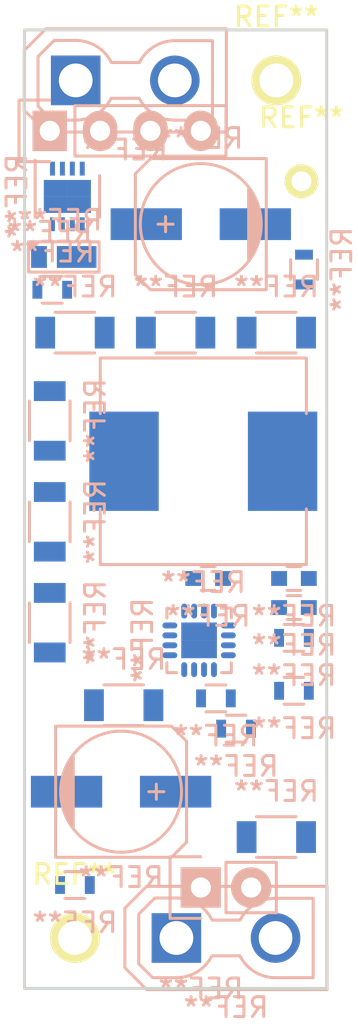
<source format=kicad_pcb>
(kicad_pcb (version 4) (host pcbnew 4.0.2-stable)

  (general
    (links 0)
    (no_connects 0)
    (area 101.524999 76.124999 116.915001 124.535001)
    (thickness 1.6)
    (drawings 204)
    (tracks 0)
    (zones 0)
    (modules 31)
    (nets 1)
  )

  (page A4)
  (layers
    (0 F.Cu signal)
    (31 B.Cu signal)
    (32 B.Adhes user)
    (33 F.Adhes user)
    (34 B.Paste user)
    (35 F.Paste user)
    (36 B.SilkS user)
    (37 F.SilkS user)
    (38 B.Mask user)
    (39 F.Mask user)
    (40 Dwgs.User user hide)
    (41 Cmts.User user)
    (42 Eco1.User user)
    (43 Eco2.User user)
    (44 Edge.Cuts user)
    (45 Margin user)
    (46 B.CrtYd user hide)
    (47 F.CrtYd user hide)
    (48 B.Fab user)
    (49 F.Fab user)
  )

  (setup
    (last_trace_width 0.25)
    (trace_clearance 0.2)
    (zone_clearance 0.508)
    (zone_45_only no)
    (trace_min 0.2)
    (segment_width 0.2)
    (edge_width 0.15)
    (via_size 0.6)
    (via_drill 0.4)
    (via_min_size 0.4)
    (via_min_drill 0.3)
    (uvia_size 0.3)
    (uvia_drill 0.1)
    (uvias_allowed no)
    (uvia_min_size 0.2)
    (uvia_min_drill 0.1)
    (pcb_text_width 0.3)
    (pcb_text_size 1.5 1.5)
    (mod_edge_width 0.15)
    (mod_text_size 1 1)
    (mod_text_width 0.15)
    (pad_size 1.7 1.7)
    (pad_drill 1)
    (pad_to_mask_clearance 0.2)
    (aux_axis_origin 101.6 76.2)
    (grid_origin 101.6 76.2)
    (visible_elements 7FFCFFFF)
    (pcbplotparams
      (layerselection 0x00030_80000001)
      (usegerberextensions false)
      (excludeedgelayer true)
      (linewidth 0.100000)
      (plotframeref false)
      (viasonmask false)
      (mode 1)
      (useauxorigin false)
      (hpglpennumber 1)
      (hpglpenspeed 20)
      (hpglpendiameter 15)
      (hpglpenoverlay 2)
      (psnegative false)
      (psa4output false)
      (plotreference true)
      (plotvalue true)
      (plotinvisibletext false)
      (padsonsilk false)
      (subtractmaskfromsilk false)
      (outputformat 1)
      (mirror false)
      (drillshape 1)
      (scaleselection 1)
      (outputdirectory ""))
  )

  (net 0 "")

  (net_class Default "This is the default net class."
    (clearance 0.2)
    (trace_width 0.25)
    (via_dia 0.6)
    (via_drill 0.4)
    (uvia_dia 0.3)
    (uvia_drill 0.1)
  )

  (module Resistors_SMD:R_0603 (layer B.Cu) (tedit 5415CC62) (tstamp 580F692F)
    (at 102.997 89.281 180)
    (descr "Resistor SMD 0603, reflow soldering, Vishay (see dcrcw.pdf)")
    (tags "resistor 0603")
    (attr smd)
    (fp_text reference REF** (at 0 1.9 180) (layer B.SilkS)
      (effects (font (size 1 1) (thickness 0.15)) (justify mirror))
    )
    (fp_text value R_0603 (at 0 -1.9 180) (layer B.Fab)
      (effects (font (size 1 1) (thickness 0.15)) (justify mirror))
    )
    (fp_line (start -1.3 0.8) (end 1.3 0.8) (layer B.CrtYd) (width 0.05))
    (fp_line (start -1.3 -0.8) (end 1.3 -0.8) (layer B.CrtYd) (width 0.05))
    (fp_line (start -1.3 0.8) (end -1.3 -0.8) (layer B.CrtYd) (width 0.05))
    (fp_line (start 1.3 0.8) (end 1.3 -0.8) (layer B.CrtYd) (width 0.05))
    (fp_line (start 0.5 -0.675) (end -0.5 -0.675) (layer B.SilkS) (width 0.15))
    (fp_line (start -0.5 0.675) (end 0.5 0.675) (layer B.SilkS) (width 0.15))
    (pad 1 smd rect (at -0.75 0 180) (size 0.5 0.9) (layers B.Cu B.Paste B.Mask))
    (pad 2 smd rect (at 0.75 0 180) (size 0.5 0.9) (layers B.Cu B.Paste B.Mask))
    (model Resistors_SMD.3dshapes/R_0603.wrl
      (at (xyz 0 0 0))
      (scale (xyz 1 1 1))
      (rotate (xyz 0 0 0))
    )
  )

  (module Resistors_SMD:R_0603 (layer B.Cu) (tedit 5415CC62) (tstamp 580F6918)
    (at 115.697 88.265 90)
    (descr "Resistor SMD 0603, reflow soldering, Vishay (see dcrcw.pdf)")
    (tags "resistor 0603")
    (attr smd)
    (fp_text reference REF** (at 0 1.9 90) (layer B.SilkS)
      (effects (font (size 1 1) (thickness 0.15)) (justify mirror))
    )
    (fp_text value R_0603 (at 0 -1.9 90) (layer B.Fab)
      (effects (font (size 1 1) (thickness 0.15)) (justify mirror))
    )
    (fp_line (start -1.3 0.8) (end 1.3 0.8) (layer B.CrtYd) (width 0.05))
    (fp_line (start -1.3 -0.8) (end 1.3 -0.8) (layer B.CrtYd) (width 0.05))
    (fp_line (start -1.3 0.8) (end -1.3 -0.8) (layer B.CrtYd) (width 0.05))
    (fp_line (start 1.3 0.8) (end 1.3 -0.8) (layer B.CrtYd) (width 0.05))
    (fp_line (start 0.5 -0.675) (end -0.5 -0.675) (layer B.SilkS) (width 0.15))
    (fp_line (start -0.5 0.675) (end 0.5 0.675) (layer B.SilkS) (width 0.15))
    (pad 1 smd rect (at -0.75 0 90) (size 0.5 0.9) (layers B.Cu B.Paste B.Mask))
    (pad 2 smd rect (at 0.75 0 90) (size 0.5 0.9) (layers B.Cu B.Paste B.Mask))
    (model Resistors_SMD.3dshapes/R_0603.wrl
      (at (xyz 0 0 0))
      (scale (xyz 1 1 1))
      (rotate (xyz 0 0 0))
    )
  )

  (module Resistors_SMD:R_0603 (layer B.Cu) (tedit 5415CC62) (tstamp 580F68F6)
    (at 104.14 119.253)
    (descr "Resistor SMD 0603, reflow soldering, Vishay (see dcrcw.pdf)")
    (tags "resistor 0603")
    (attr smd)
    (fp_text reference REF** (at 0 1.9) (layer B.SilkS)
      (effects (font (size 1 1) (thickness 0.15)) (justify mirror))
    )
    (fp_text value R_0603 (at 0 -1.9) (layer B.Fab)
      (effects (font (size 1 1) (thickness 0.15)) (justify mirror))
    )
    (fp_line (start -1.3 0.8) (end 1.3 0.8) (layer B.CrtYd) (width 0.05))
    (fp_line (start -1.3 -0.8) (end 1.3 -0.8) (layer B.CrtYd) (width 0.05))
    (fp_line (start -1.3 0.8) (end -1.3 -0.8) (layer B.CrtYd) (width 0.05))
    (fp_line (start 1.3 0.8) (end 1.3 -0.8) (layer B.CrtYd) (width 0.05))
    (fp_line (start 0.5 -0.675) (end -0.5 -0.675) (layer B.SilkS) (width 0.15))
    (fp_line (start -0.5 0.675) (end 0.5 0.675) (layer B.SilkS) (width 0.15))
    (pad 1 smd rect (at -0.75 0) (size 0.5 0.9) (layers B.Cu B.Paste B.Mask))
    (pad 2 smd rect (at 0.75 0) (size 0.5 0.9) (layers B.Cu B.Paste B.Mask))
    (model Resistors_SMD.3dshapes/R_0603.wrl
      (at (xyz 0 0 0))
      (scale (xyz 1 1 1))
      (rotate (xyz 0 0 0))
    )
  )

  (module Capacitors_SMD:C_1206 (layer B.Cu) (tedit 5415D7BD) (tstamp 580F68C7)
    (at 114.3 116.84 180)
    (descr "Capacitor SMD 1206, reflow soldering, AVX (see smccp.pdf)")
    (tags "capacitor 1206")
    (attr smd)
    (fp_text reference REF** (at 0 2.3 180) (layer B.SilkS)
      (effects (font (size 1 1) (thickness 0.15)) (justify mirror))
    )
    (fp_text value C_0805 (at 0 -2.3 180) (layer B.Fab)
      (effects (font (size 1 1) (thickness 0.15)) (justify mirror))
    )
    (fp_line (start -1.6 -0.8) (end -1.6 0.8) (layer B.Fab) (width 0.15))
    (fp_line (start 1.6 -0.8) (end -1.6 -0.8) (layer B.Fab) (width 0.15))
    (fp_line (start 1.6 0.8) (end 1.6 -0.8) (layer B.Fab) (width 0.15))
    (fp_line (start -1.6 0.8) (end 1.6 0.8) (layer B.Fab) (width 0.15))
    (fp_line (start -2.3 1.15) (end 2.3 1.15) (layer B.CrtYd) (width 0.05))
    (fp_line (start -2.3 -1.15) (end 2.3 -1.15) (layer B.CrtYd) (width 0.05))
    (fp_line (start -2.3 1.15) (end -2.3 -1.15) (layer B.CrtYd) (width 0.05))
    (fp_line (start 2.3 1.15) (end 2.3 -1.15) (layer B.CrtYd) (width 0.05))
    (fp_line (start 1 1.025) (end -1 1.025) (layer B.SilkS) (width 0.15))
    (fp_line (start -1 -1.025) (end 1 -1.025) (layer B.SilkS) (width 0.15))
    (pad 1 smd rect (at -1.5 0 180) (size 1 1.6) (layers B.Cu B.Paste B.Mask))
    (pad 2 smd rect (at 1.5 0 180) (size 1 1.6) (layers B.Cu B.Paste B.Mask))
    (model Capacitors_SMD.3dshapes/C_1206.wrl
      (at (xyz 0 0 0))
      (scale (xyz 1 1 1))
      (rotate (xyz 0 0 0))
    )
  )

  (module Resistors_SMD:R_0603 (layer B.Cu) (tedit 5415CC62) (tstamp 580F6884)
    (at 112.268 111.379)
    (descr "Resistor SMD 0603, reflow soldering, Vishay (see dcrcw.pdf)")
    (tags "resistor 0603")
    (attr smd)
    (fp_text reference REF** (at 0 1.9) (layer B.SilkS)
      (effects (font (size 1 1) (thickness 0.15)) (justify mirror))
    )
    (fp_text value R_0603 (at 0 -1.9) (layer B.Fab)
      (effects (font (size 1 1) (thickness 0.15)) (justify mirror))
    )
    (fp_line (start -1.3 0.8) (end 1.3 0.8) (layer B.CrtYd) (width 0.05))
    (fp_line (start -1.3 -0.8) (end 1.3 -0.8) (layer B.CrtYd) (width 0.05))
    (fp_line (start -1.3 0.8) (end -1.3 -0.8) (layer B.CrtYd) (width 0.05))
    (fp_line (start 1.3 0.8) (end 1.3 -0.8) (layer B.CrtYd) (width 0.05))
    (fp_line (start 0.5 -0.675) (end -0.5 -0.675) (layer B.SilkS) (width 0.15))
    (fp_line (start -0.5 0.675) (end 0.5 0.675) (layer B.SilkS) (width 0.15))
    (pad 1 smd rect (at -0.75 0) (size 0.5 0.9) (layers B.Cu B.Paste B.Mask))
    (pad 2 smd rect (at 0.75 0) (size 0.5 0.9) (layers B.Cu B.Paste B.Mask))
    (model Resistors_SMD.3dshapes/R_0603.wrl
      (at (xyz 0 0 0))
      (scale (xyz 1 1 1))
      (rotate (xyz 0 0 0))
    )
  )

  (module Resistors_SMD:R_0603 (layer B.Cu) (tedit 5415CC62) (tstamp 580F6862)
    (at 111.252 109.855)
    (descr "Resistor SMD 0603, reflow soldering, Vishay (see dcrcw.pdf)")
    (tags "resistor 0603")
    (attr smd)
    (fp_text reference REF** (at 0 1.9) (layer B.SilkS)
      (effects (font (size 1 1) (thickness 0.15)) (justify mirror))
    )
    (fp_text value R_0603 (at 0 -1.9) (layer B.Fab)
      (effects (font (size 1 1) (thickness 0.15)) (justify mirror))
    )
    (fp_line (start -1.3 0.8) (end 1.3 0.8) (layer B.CrtYd) (width 0.05))
    (fp_line (start -1.3 -0.8) (end 1.3 -0.8) (layer B.CrtYd) (width 0.05))
    (fp_line (start -1.3 0.8) (end -1.3 -0.8) (layer B.CrtYd) (width 0.05))
    (fp_line (start 1.3 0.8) (end 1.3 -0.8) (layer B.CrtYd) (width 0.05))
    (fp_line (start 0.5 -0.675) (end -0.5 -0.675) (layer B.SilkS) (width 0.15))
    (fp_line (start -0.5 0.675) (end 0.5 0.675) (layer B.SilkS) (width 0.15))
    (pad 1 smd rect (at -0.75 0) (size 0.5 0.9) (layers B.Cu B.Paste B.Mask))
    (pad 2 smd rect (at 0.75 0) (size 0.5 0.9) (layers B.Cu B.Paste B.Mask))
    (model Resistors_SMD.3dshapes/R_0603.wrl
      (at (xyz 0 0 0))
      (scale (xyz 1 1 1))
      (rotate (xyz 0 0 0))
    )
  )

  (module Resistors_SMD:R_0603 (layer B.Cu) (tedit 5415CC62) (tstamp 580F6856)
    (at 115.189 109.474)
    (descr "Resistor SMD 0603, reflow soldering, Vishay (see dcrcw.pdf)")
    (tags "resistor 0603")
    (attr smd)
    (fp_text reference REF** (at 0 1.9) (layer B.SilkS)
      (effects (font (size 1 1) (thickness 0.15)) (justify mirror))
    )
    (fp_text value R_0603 (at 0 -1.9) (layer B.Fab)
      (effects (font (size 1 1) (thickness 0.15)) (justify mirror))
    )
    (fp_line (start -1.3 0.8) (end 1.3 0.8) (layer B.CrtYd) (width 0.05))
    (fp_line (start -1.3 -0.8) (end 1.3 -0.8) (layer B.CrtYd) (width 0.05))
    (fp_line (start -1.3 0.8) (end -1.3 -0.8) (layer B.CrtYd) (width 0.05))
    (fp_line (start 1.3 0.8) (end 1.3 -0.8) (layer B.CrtYd) (width 0.05))
    (fp_line (start 0.5 -0.675) (end -0.5 -0.675) (layer B.SilkS) (width 0.15))
    (fp_line (start -0.5 0.675) (end 0.5 0.675) (layer B.SilkS) (width 0.15))
    (pad 1 smd rect (at -0.75 0) (size 0.5 0.9) (layers B.Cu B.Paste B.Mask))
    (pad 2 smd rect (at 0.75 0) (size 0.5 0.9) (layers B.Cu B.Paste B.Mask))
    (model Resistors_SMD.3dshapes/R_0603.wrl
      (at (xyz 0 0 0))
      (scale (xyz 1 1 1))
      (rotate (xyz 0 0 0))
    )
  )

  (module Capacitors_SMD:C_0603 (layer B.Cu) (tedit 5415D631) (tstamp 580F5FB0)
    (at 115.189 105.283)
    (descr "Capacitor SMD 0603, reflow soldering, AVX (see smccp.pdf)")
    (tags "capacitor 0603")
    (attr smd)
    (fp_text reference REF** (at 0 1.9) (layer B.SilkS)
      (effects (font (size 1 1) (thickness 0.15)) (justify mirror))
    )
    (fp_text value C_0603 (at 0 -1.9) (layer B.Fab)
      (effects (font (size 1 1) (thickness 0.15)) (justify mirror))
    )
    (fp_line (start -0.8 -0.4) (end -0.8 0.4) (layer B.Fab) (width 0.15))
    (fp_line (start 0.8 -0.4) (end -0.8 -0.4) (layer B.Fab) (width 0.15))
    (fp_line (start 0.8 0.4) (end 0.8 -0.4) (layer B.Fab) (width 0.15))
    (fp_line (start -0.8 0.4) (end 0.8 0.4) (layer B.Fab) (width 0.15))
    (fp_line (start -1.45 0.75) (end 1.45 0.75) (layer B.CrtYd) (width 0.05))
    (fp_line (start -1.45 -0.75) (end 1.45 -0.75) (layer B.CrtYd) (width 0.05))
    (fp_line (start -1.45 0.75) (end -1.45 -0.75) (layer B.CrtYd) (width 0.05))
    (fp_line (start 1.45 0.75) (end 1.45 -0.75) (layer B.CrtYd) (width 0.05))
    (fp_line (start -0.35 0.6) (end 0.35 0.6) (layer B.SilkS) (width 0.15))
    (fp_line (start 0.35 -0.6) (end -0.35 -0.6) (layer B.SilkS) (width 0.15))
    (pad 1 smd rect (at -0.75 0) (size 0.8 0.75) (layers B.Cu B.Paste B.Mask))
    (pad 2 smd rect (at 0.75 0) (size 0.8 0.75) (layers B.Cu B.Paste B.Mask))
    (model Capacitors_SMD.3dshapes/C_0603.wrl
      (at (xyz 0 0 0))
      (scale (xyz 1 1 1))
      (rotate (xyz 0 0 0))
    )
  )

  (module Capacitors_SMD:C_0603 (layer B.Cu) (tedit 5415D631) (tstamp 580F5F92)
    (at 115.189 103.819)
    (descr "Capacitor SMD 0603, reflow soldering, AVX (see smccp.pdf)")
    (tags "capacitor 0603")
    (attr smd)
    (fp_text reference REF** (at 0 1.9) (layer B.SilkS)
      (effects (font (size 1 1) (thickness 0.15)) (justify mirror))
    )
    (fp_text value C_0603 (at 0 -1.9) (layer B.Fab)
      (effects (font (size 1 1) (thickness 0.15)) (justify mirror))
    )
    (fp_line (start -0.8 -0.4) (end -0.8 0.4) (layer B.Fab) (width 0.15))
    (fp_line (start 0.8 -0.4) (end -0.8 -0.4) (layer B.Fab) (width 0.15))
    (fp_line (start 0.8 0.4) (end 0.8 -0.4) (layer B.Fab) (width 0.15))
    (fp_line (start -0.8 0.4) (end 0.8 0.4) (layer B.Fab) (width 0.15))
    (fp_line (start -1.45 0.75) (end 1.45 0.75) (layer B.CrtYd) (width 0.05))
    (fp_line (start -1.45 -0.75) (end 1.45 -0.75) (layer B.CrtYd) (width 0.05))
    (fp_line (start -1.45 0.75) (end -1.45 -0.75) (layer B.CrtYd) (width 0.05))
    (fp_line (start 1.45 0.75) (end 1.45 -0.75) (layer B.CrtYd) (width 0.05))
    (fp_line (start -0.35 0.6) (end 0.35 0.6) (layer B.SilkS) (width 0.15))
    (fp_line (start 0.35 -0.6) (end -0.35 -0.6) (layer B.SilkS) (width 0.15))
    (pad 1 smd rect (at -0.75 0) (size 0.8 0.75) (layers B.Cu B.Paste B.Mask))
    (pad 2 smd rect (at 0.75 0) (size 0.8 0.75) (layers B.Cu B.Paste B.Mask))
    (model Capacitors_SMD.3dshapes/C_0603.wrl
      (at (xyz 0 0 0))
      (scale (xyz 1 1 1))
      (rotate (xyz 0 0 0))
    )
  )

  (module Capacitors_SMD:C_1206 (layer B.Cu) (tedit 5415D7BD) (tstamp 580F5078)
    (at 106.6 110.2 180)
    (descr "Capacitor SMD 1206, reflow soldering, AVX (see smccp.pdf)")
    (tags "capacitor 1206")
    (attr smd)
    (fp_text reference REF** (at 0 2.3 180) (layer B.SilkS)
      (effects (font (size 1 1) (thickness 0.15)) (justify mirror))
    )
    (fp_text value C_0805 (at 0 -2.3 180) (layer B.Fab)
      (effects (font (size 1 1) (thickness 0.15)) (justify mirror))
    )
    (fp_line (start -1.6 -0.8) (end -1.6 0.8) (layer B.Fab) (width 0.15))
    (fp_line (start 1.6 -0.8) (end -1.6 -0.8) (layer B.Fab) (width 0.15))
    (fp_line (start 1.6 0.8) (end 1.6 -0.8) (layer B.Fab) (width 0.15))
    (fp_line (start -1.6 0.8) (end 1.6 0.8) (layer B.Fab) (width 0.15))
    (fp_line (start -2.3 1.15) (end 2.3 1.15) (layer B.CrtYd) (width 0.05))
    (fp_line (start -2.3 -1.15) (end 2.3 -1.15) (layer B.CrtYd) (width 0.05))
    (fp_line (start -2.3 1.15) (end -2.3 -1.15) (layer B.CrtYd) (width 0.05))
    (fp_line (start 2.3 1.15) (end 2.3 -1.15) (layer B.CrtYd) (width 0.05))
    (fp_line (start 1 1.025) (end -1 1.025) (layer B.SilkS) (width 0.15))
    (fp_line (start -1 -1.025) (end 1 -1.025) (layer B.SilkS) (width 0.15))
    (pad 1 smd rect (at -1.5 0 180) (size 1 1.6) (layers B.Cu B.Paste B.Mask))
    (pad 2 smd rect (at 1.5 0 180) (size 1 1.6) (layers B.Cu B.Paste B.Mask))
    (model Capacitors_SMD.3dshapes/C_1206.wrl
      (at (xyz 0 0 0))
      (scale (xyz 1 1 1))
      (rotate (xyz 0 0 0))
    )
  )

  (module Capacitors_SMD:C_1206 (layer B.Cu) (tedit 5415D7BD) (tstamp 580F3A26)
    (at 114.3 91.44 180)
    (descr "Capacitor SMD 1206, reflow soldering, AVX (see smccp.pdf)")
    (tags "capacitor 1206")
    (attr smd)
    (fp_text reference REF** (at 0 2.3 180) (layer B.SilkS)
      (effects (font (size 1 1) (thickness 0.15)) (justify mirror))
    )
    (fp_text value C_1206 (at 0 -2.3 180) (layer B.Fab)
      (effects (font (size 1 1) (thickness 0.15)) (justify mirror))
    )
    (fp_line (start -1.6 -0.8) (end -1.6 0.8) (layer B.Fab) (width 0.15))
    (fp_line (start 1.6 -0.8) (end -1.6 -0.8) (layer B.Fab) (width 0.15))
    (fp_line (start 1.6 0.8) (end 1.6 -0.8) (layer B.Fab) (width 0.15))
    (fp_line (start -1.6 0.8) (end 1.6 0.8) (layer B.Fab) (width 0.15))
    (fp_line (start -2.3 1.15) (end 2.3 1.15) (layer B.CrtYd) (width 0.05))
    (fp_line (start -2.3 -1.15) (end 2.3 -1.15) (layer B.CrtYd) (width 0.05))
    (fp_line (start -2.3 1.15) (end -2.3 -1.15) (layer B.CrtYd) (width 0.05))
    (fp_line (start 2.3 1.15) (end 2.3 -1.15) (layer B.CrtYd) (width 0.05))
    (fp_line (start 1 1.025) (end -1 1.025) (layer B.SilkS) (width 0.15))
    (fp_line (start -1 -1.025) (end 1 -1.025) (layer B.SilkS) (width 0.15))
    (pad 1 smd rect (at -1.5 0 180) (size 1 1.6) (layers B.Cu B.Paste B.Mask))
    (pad 2 smd rect (at 1.5 0 180) (size 1 1.6) (layers B.Cu B.Paste B.Mask))
    (model Capacitors_SMD.3dshapes/C_1206.wrl
      (at (xyz 0 0 0))
      (scale (xyz 1 1 1))
      (rotate (xyz 0 0 0))
    )
  )

  (module Capacitors_SMD:C_1206 (layer B.Cu) (tedit 5415D7BD) (tstamp 580F3A17)
    (at 109.22 91.44 180)
    (descr "Capacitor SMD 1206, reflow soldering, AVX (see smccp.pdf)")
    (tags "capacitor 1206")
    (attr smd)
    (fp_text reference REF** (at 0 2.3 180) (layer B.SilkS)
      (effects (font (size 1 1) (thickness 0.15)) (justify mirror))
    )
    (fp_text value C_1206 (at 0 -2.3 180) (layer B.Fab)
      (effects (font (size 1 1) (thickness 0.15)) (justify mirror))
    )
    (fp_line (start -1.6 -0.8) (end -1.6 0.8) (layer B.Fab) (width 0.15))
    (fp_line (start 1.6 -0.8) (end -1.6 -0.8) (layer B.Fab) (width 0.15))
    (fp_line (start 1.6 0.8) (end 1.6 -0.8) (layer B.Fab) (width 0.15))
    (fp_line (start -1.6 0.8) (end 1.6 0.8) (layer B.Fab) (width 0.15))
    (fp_line (start -2.3 1.15) (end 2.3 1.15) (layer B.CrtYd) (width 0.05))
    (fp_line (start -2.3 -1.15) (end 2.3 -1.15) (layer B.CrtYd) (width 0.05))
    (fp_line (start -2.3 1.15) (end -2.3 -1.15) (layer B.CrtYd) (width 0.05))
    (fp_line (start 2.3 1.15) (end 2.3 -1.15) (layer B.CrtYd) (width 0.05))
    (fp_line (start 1 1.025) (end -1 1.025) (layer B.SilkS) (width 0.15))
    (fp_line (start -1 -1.025) (end 1 -1.025) (layer B.SilkS) (width 0.15))
    (pad 1 smd rect (at -1.5 0 180) (size 1 1.6) (layers B.Cu B.Paste B.Mask))
    (pad 2 smd rect (at 1.5 0 180) (size 1 1.6) (layers B.Cu B.Paste B.Mask))
    (model Capacitors_SMD.3dshapes/C_1206.wrl
      (at (xyz 0 0 0))
      (scale (xyz 1 1 1))
      (rotate (xyz 0 0 0))
    )
  )

  (module Mounting_Holes:MountingHole_2.2mm_M2_Pad (layer F.Cu) (tedit 580DEB32) (tstamp 580EE8F6)
    (at 115.57 83.82)
    (descr "Mounting Hole 2.2mm, M2")
    (tags "mounting hole 2.2mm m2")
    (fp_text reference REF** (at 0 -3.2) (layer F.SilkS)
      (effects (font (size 1 1) (thickness 0.15)))
    )
    (fp_text value Pad (at 0 3.2) (layer F.Fab)
      (effects (font (size 1 1) (thickness 0.15)))
    )
    (pad 1 thru_hole circle (at 0 0) (size 1.7 1.7) (drill 1) (layers *.Cu *.Mask F.SilkS))
  )

  (module Mounting_Holes:MountingHole_2.2mm_M2_Pad (layer F.Cu) (tedit 580DEB06) (tstamp 580EE8E3)
    (at 104.14 121.92)
    (descr "Mounting Hole 2.2mm, M2")
    (tags "mounting hole 2.2mm m2")
    (fp_text reference REF** (at 0 -3.2) (layer F.SilkS)
      (effects (font (size 1 1) (thickness 0.15)))
    )
    (fp_text value MountingHole_1.7mm_M1.5_Pad (at 0 3.2) (layer F.Fab)
      (effects (font (size 1 1) (thickness 0.15)))
    )
    (pad 1 thru_hole circle (at 0 0) (size 2.5 2.5) (drill 1.7) (layers *.Cu *.Mask F.SilkS))
  )

  (module Mounting_Holes:MountingHole_2.2mm_M2_Pad (layer F.Cu) (tedit 580DEAF6) (tstamp 580EE5D4)
    (at 114.3 78.74)
    (descr "Mounting Hole 2.2mm, M2")
    (tags "mounting hole 2.2mm m2")
    (fp_text reference REF** (at 0 -3.2) (layer F.SilkS)
      (effects (font (size 1 1) (thickness 0.15)))
    )
    (fp_text value MountingHole_1.7mm_M1.5_Pad (at 0 3.2) (layer F.Fab)
      (effects (font (size 1 1) (thickness 0.15)))
    )
    (pad 1 thru_hole circle (at 0 0) (size 2.5 2.5) (drill 1.7) (layers *.Cu *.Mask F.SilkS))
  )

  (module Capacitors_SMD:c_elec_6.3x7.7 (layer B.Cu) (tedit 556FDD06) (tstamp 580EF299)
    (at 110.49 85.979 180)
    (descr "SMT capacitor, aluminium electrolytic, 6.3x7.7")
    (attr smd)
    (fp_text reference REF** (at 0 4.318 180) (layer B.SilkS)
      (effects (font (size 1 1) (thickness 0.15)) (justify mirror))
    )
    (fp_text value c_elec_6.3x5.8 (at 0 -4.318 180) (layer B.Fab)
      (effects (font (size 1 1) (thickness 0.15)) (justify mirror))
    )
    (fp_line (start -4.85 3.55) (end 4.85 3.55) (layer B.CrtYd) (width 0.05))
    (fp_line (start 4.85 3.55) (end 4.85 -3.55) (layer B.CrtYd) (width 0.05))
    (fp_line (start 4.85 -3.55) (end -4.85 -3.55) (layer B.CrtYd) (width 0.05))
    (fp_line (start -4.85 -3.55) (end -4.85 3.55) (layer B.CrtYd) (width 0.05))
    (fp_line (start -2.921 0.762) (end -2.921 -0.762) (layer B.SilkS) (width 0.15))
    (fp_line (start -2.794 -1.143) (end -2.794 1.143) (layer B.SilkS) (width 0.15))
    (fp_line (start -2.667 1.397) (end -2.667 -1.397) (layer B.SilkS) (width 0.15))
    (fp_line (start -2.54 -1.651) (end -2.54 1.651) (layer B.SilkS) (width 0.15))
    (fp_line (start -2.413 1.778) (end -2.413 -1.778) (layer B.SilkS) (width 0.15))
    (fp_line (start -3.302 3.302) (end -3.302 -3.302) (layer B.SilkS) (width 0.15))
    (fp_line (start -3.302 -3.302) (end 2.54 -3.302) (layer B.SilkS) (width 0.15))
    (fp_line (start 2.54 -3.302) (end 3.302 -2.54) (layer B.SilkS) (width 0.15))
    (fp_line (start 3.302 -2.54) (end 3.302 2.54) (layer B.SilkS) (width 0.15))
    (fp_line (start 3.302 2.54) (end 2.54 3.302) (layer B.SilkS) (width 0.15))
    (fp_line (start 2.54 3.302) (end -3.302 3.302) (layer B.SilkS) (width 0.15))
    (fp_line (start 2.159 0) (end 1.397 0) (layer B.SilkS) (width 0.15))
    (fp_line (start 1.778 0.381) (end 1.778 -0.381) (layer B.SilkS) (width 0.15))
    (fp_circle (center 0 0) (end -3.048 0) (layer B.SilkS) (width 0.15))
    (pad 1 smd rect (at 2.75082 0 180) (size 3.59918 1.6002) (layers B.Cu B.Paste B.Mask))
    (pad 2 smd rect (at -2.75082 0 180) (size 3.59918 1.6002) (layers B.Cu B.Paste B.Mask))
    (model Capacitors_SMD.3dshapes/c_elec_6.3x7.7.wrl
      (at (xyz 0 0 0))
      (scale (xyz 1 1 1))
      (rotate (xyz 0 0 0))
    )
  )

  (module Capacitors_SMD:c_elec_6.3x7.7 (layer B.Cu) (tedit 556FDD06) (tstamp 580EF345)
    (at 106.46918 114.554)
    (descr "SMT capacitor, aluminium electrolytic, 6.3x7.7")
    (attr smd)
    (fp_text reference REF** (at 0 4.318) (layer B.SilkS)
      (effects (font (size 1 1) (thickness 0.15)) (justify mirror))
    )
    (fp_text value c_elec_6.3x5.8 (at 0 -4.318) (layer B.Fab)
      (effects (font (size 1 1) (thickness 0.15)) (justify mirror))
    )
    (fp_line (start -4.85 3.55) (end 4.85 3.55) (layer B.CrtYd) (width 0.05))
    (fp_line (start 4.85 3.55) (end 4.85 -3.55) (layer B.CrtYd) (width 0.05))
    (fp_line (start 4.85 -3.55) (end -4.85 -3.55) (layer B.CrtYd) (width 0.05))
    (fp_line (start -4.85 -3.55) (end -4.85 3.55) (layer B.CrtYd) (width 0.05))
    (fp_line (start -2.921 0.762) (end -2.921 -0.762) (layer B.SilkS) (width 0.15))
    (fp_line (start -2.794 -1.143) (end -2.794 1.143) (layer B.SilkS) (width 0.15))
    (fp_line (start -2.667 1.397) (end -2.667 -1.397) (layer B.SilkS) (width 0.15))
    (fp_line (start -2.54 -1.651) (end -2.54 1.651) (layer B.SilkS) (width 0.15))
    (fp_line (start -2.413 1.778) (end -2.413 -1.778) (layer B.SilkS) (width 0.15))
    (fp_line (start -3.302 3.302) (end -3.302 -3.302) (layer B.SilkS) (width 0.15))
    (fp_line (start -3.302 -3.302) (end 2.54 -3.302) (layer B.SilkS) (width 0.15))
    (fp_line (start 2.54 -3.302) (end 3.302 -2.54) (layer B.SilkS) (width 0.15))
    (fp_line (start 3.302 -2.54) (end 3.302 2.54) (layer B.SilkS) (width 0.15))
    (fp_line (start 3.302 2.54) (end 2.54 3.302) (layer B.SilkS) (width 0.15))
    (fp_line (start 2.54 3.302) (end -3.302 3.302) (layer B.SilkS) (width 0.15))
    (fp_line (start 2.159 0) (end 1.397 0) (layer B.SilkS) (width 0.15))
    (fp_line (start 1.778 0.381) (end 1.778 -0.381) (layer B.SilkS) (width 0.15))
    (fp_circle (center 0 0) (end -3.048 0) (layer B.SilkS) (width 0.15))
    (pad 1 smd rect (at 2.75082 0) (size 3.59918 1.6002) (layers B.Cu B.Paste B.Mask))
    (pad 2 smd rect (at -2.75082 0) (size 3.59918 1.6002) (layers B.Cu B.Paste B.Mask))
    (model Capacitors_SMD.3dshapes/c_elec_6.3x7.7.wrl
      (at (xyz 0 0 0))
      (scale (xyz 1 1 1))
      (rotate (xyz 0 0 0))
    )
  )

  (module Housings_DFN_QFN:QFN-16-1EP_3x3mm_Pitch0.5mm (layer B.Cu) (tedit 54130A77) (tstamp 580F11A0)
    (at 110.404 106.934 270)
    (descr "16-Lead Plastic Quad Flat, No Lead Package (NG) - 3x3x0.9 mm Body [QFN]; (see Microchip Packaging Specification 00000049BS.pdf)")
    (tags "QFN 0.5")
    (attr smd)
    (fp_text reference REF** (at 0 2.85 270) (layer B.SilkS)
      (effects (font (size 1 1) (thickness 0.15)) (justify mirror))
    )
    (fp_text value QFN-16-1EP_4x4mm_Pitch0.65mm (at 0 -2.85 270) (layer B.Fab)
      (effects (font (size 1 1) (thickness 0.15)) (justify mirror))
    )
    (fp_line (start -0.5 1.5) (end 1.5 1.5) (layer B.Fab) (width 0.15))
    (fp_line (start 1.5 1.5) (end 1.5 -1.5) (layer B.Fab) (width 0.15))
    (fp_line (start 1.5 -1.5) (end -1.5 -1.5) (layer B.Fab) (width 0.15))
    (fp_line (start -1.5 -1.5) (end -1.5 0.5) (layer B.Fab) (width 0.15))
    (fp_line (start -1.5 0.5) (end -0.5 1.5) (layer B.Fab) (width 0.15))
    (fp_line (start -2.1 2.1) (end -2.1 -2.1) (layer B.CrtYd) (width 0.05))
    (fp_line (start 2.1 2.1) (end 2.1 -2.1) (layer B.CrtYd) (width 0.05))
    (fp_line (start -2.1 2.1) (end 2.1 2.1) (layer B.CrtYd) (width 0.05))
    (fp_line (start -2.1 -2.1) (end 2.1 -2.1) (layer B.CrtYd) (width 0.05))
    (fp_line (start 1.625 1.625) (end 1.625 1.125) (layer B.SilkS) (width 0.15))
    (fp_line (start -1.625 -1.625) (end -1.625 -1.125) (layer B.SilkS) (width 0.15))
    (fp_line (start 1.625 -1.625) (end 1.625 -1.125) (layer B.SilkS) (width 0.15))
    (fp_line (start -1.625 1.625) (end -1.125 1.625) (layer B.SilkS) (width 0.15))
    (fp_line (start -1.625 -1.625) (end -1.125 -1.625) (layer B.SilkS) (width 0.15))
    (fp_line (start 1.625 -1.625) (end 1.125 -1.625) (layer B.SilkS) (width 0.15))
    (fp_line (start 1.625 1.625) (end 1.125 1.625) (layer B.SilkS) (width 0.15))
    (pad 1 smd oval (at -1.475 0.75 270) (size 0.75 0.3) (layers B.Cu B.Paste B.Mask))
    (pad 2 smd oval (at -1.475 0.25 270) (size 0.75 0.3) (layers B.Cu B.Paste B.Mask))
    (pad 3 smd oval (at -1.475 -0.25 270) (size 0.75 0.3) (layers B.Cu B.Paste B.Mask))
    (pad 4 smd oval (at -1.475 -0.75 270) (size 0.75 0.3) (layers B.Cu B.Paste B.Mask))
    (pad 5 smd oval (at -0.75 -1.475 180) (size 0.75 0.3) (layers B.Cu B.Paste B.Mask))
    (pad 6 smd oval (at -0.25 -1.475 180) (size 0.75 0.3) (layers B.Cu B.Paste B.Mask))
    (pad 7 smd oval (at 0.25 -1.475 180) (size 0.75 0.3) (layers B.Cu B.Paste B.Mask))
    (pad 8 smd oval (at 0.75 -1.475 180) (size 0.75 0.3) (layers B.Cu B.Paste B.Mask))
    (pad 9 smd oval (at 1.475 -0.75 270) (size 0.75 0.3) (layers B.Cu B.Paste B.Mask))
    (pad 10 smd oval (at 1.475 -0.25 270) (size 0.75 0.3) (layers B.Cu B.Paste B.Mask))
    (pad 11 smd oval (at 1.475 0.25 270) (size 0.75 0.3) (layers B.Cu B.Paste B.Mask))
    (pad 12 smd oval (at 1.475 0.75 270) (size 0.75 0.3) (layers B.Cu B.Paste B.Mask))
    (pad 13 smd oval (at 0.75 1.475 180) (size 0.75 0.3) (layers B.Cu B.Paste B.Mask))
    (pad 14 smd oval (at 0.25 1.475 180) (size 0.75 0.3) (layers B.Cu B.Paste B.Mask))
    (pad 15 smd oval (at -0.25 1.475 180) (size 0.75 0.3) (layers B.Cu B.Paste B.Mask))
    (pad 16 smd oval (at -0.75 1.475 180) (size 0.75 0.3) (layers B.Cu B.Paste B.Mask))
    (pad 17 smd rect (at 0.45 -0.45 270) (size 0.9 0.9) (layers B.Cu B.Paste B.Mask)
      (solder_paste_margin_ratio -0.2))
    (pad 17 smd rect (at 0.45 0.45 270) (size 0.9 0.9) (layers B.Cu B.Paste B.Mask)
      (solder_paste_margin_ratio -0.2))
    (pad 17 smd rect (at -0.45 -0.45 270) (size 0.9 0.9) (layers B.Cu B.Paste B.Mask)
      (solder_paste_margin_ratio -0.2))
    (pad 17 smd rect (at -0.45 0.45 270) (size 0.9 0.9) (layers B.Cu B.Paste B.Mask)
      (solder_paste_margin_ratio -0.2))
    (model Housings_DFN_QFN.3dshapes/QFN-16-1EP_3x3mm_Pitch0.5mm.wrl
      (at (xyz 0 0 0))
      (scale (xyz 1 1 1))
      (rotate (xyz 0 0 0))
    )
  )

  (module Capacitors_SMD:C_0603 (layer B.Cu) (tedit 5415D631) (tstamp 580F321C)
    (at 110.859 103.819)
    (descr "Capacitor SMD 0603, reflow soldering, AVX (see smccp.pdf)")
    (tags "capacitor 0603")
    (attr smd)
    (fp_text reference REF** (at 0 1.9) (layer B.SilkS)
      (effects (font (size 1 1) (thickness 0.15)) (justify mirror))
    )
    (fp_text value C_0603 (at 0 -1.9) (layer B.Fab)
      (effects (font (size 1 1) (thickness 0.15)) (justify mirror))
    )
    (fp_line (start -0.8 -0.4) (end -0.8 0.4) (layer B.Fab) (width 0.15))
    (fp_line (start 0.8 -0.4) (end -0.8 -0.4) (layer B.Fab) (width 0.15))
    (fp_line (start 0.8 0.4) (end 0.8 -0.4) (layer B.Fab) (width 0.15))
    (fp_line (start -0.8 0.4) (end 0.8 0.4) (layer B.Fab) (width 0.15))
    (fp_line (start -1.45 0.75) (end 1.45 0.75) (layer B.CrtYd) (width 0.05))
    (fp_line (start -1.45 -0.75) (end 1.45 -0.75) (layer B.CrtYd) (width 0.05))
    (fp_line (start -1.45 0.75) (end -1.45 -0.75) (layer B.CrtYd) (width 0.05))
    (fp_line (start 1.45 0.75) (end 1.45 -0.75) (layer B.CrtYd) (width 0.05))
    (fp_line (start -0.35 0.6) (end 0.35 0.6) (layer B.SilkS) (width 0.15))
    (fp_line (start 0.35 -0.6) (end -0.35 -0.6) (layer B.SilkS) (width 0.15))
    (pad 1 smd rect (at -0.75 0) (size 0.8 0.75) (layers B.Cu B.Paste B.Mask))
    (pad 2 smd rect (at 0.75 0) (size 0.8 0.75) (layers B.Cu B.Paste B.Mask))
    (model Capacitors_SMD.3dshapes/C_0603.wrl
      (at (xyz 0 0 0))
      (scale (xyz 1 1 1))
      (rotate (xyz 0 0 0))
    )
  )

  (module Capacitors_SMD:C_1206 (layer B.Cu) (tedit 5415D7BD) (tstamp 580F39F2)
    (at 104.14 91.44 180)
    (descr "Capacitor SMD 1206, reflow soldering, AVX (see smccp.pdf)")
    (tags "capacitor 1206")
    (attr smd)
    (fp_text reference REF** (at 0 2.3 180) (layer B.SilkS)
      (effects (font (size 1 1) (thickness 0.15)) (justify mirror))
    )
    (fp_text value C_1206 (at 0 -2.3 180) (layer B.Fab)
      (effects (font (size 1 1) (thickness 0.15)) (justify mirror))
    )
    (fp_line (start -1.6 -0.8) (end -1.6 0.8) (layer B.Fab) (width 0.15))
    (fp_line (start 1.6 -0.8) (end -1.6 -0.8) (layer B.Fab) (width 0.15))
    (fp_line (start 1.6 0.8) (end 1.6 -0.8) (layer B.Fab) (width 0.15))
    (fp_line (start -1.6 0.8) (end 1.6 0.8) (layer B.Fab) (width 0.15))
    (fp_line (start -2.3 1.15) (end 2.3 1.15) (layer B.CrtYd) (width 0.05))
    (fp_line (start -2.3 -1.15) (end 2.3 -1.15) (layer B.CrtYd) (width 0.05))
    (fp_line (start -2.3 1.15) (end -2.3 -1.15) (layer B.CrtYd) (width 0.05))
    (fp_line (start 2.3 1.15) (end 2.3 -1.15) (layer B.CrtYd) (width 0.05))
    (fp_line (start 1 1.025) (end -1 1.025) (layer B.SilkS) (width 0.15))
    (fp_line (start -1 -1.025) (end 1 -1.025) (layer B.SilkS) (width 0.15))
    (pad 1 smd rect (at -1.5 0 180) (size 1 1.6) (layers B.Cu B.Paste B.Mask))
    (pad 2 smd rect (at 1.5 0 180) (size 1 1.6) (layers B.Cu B.Paste B.Mask))
    (model Capacitors_SMD.3dshapes/C_1206.wrl
      (at (xyz 0 0 0))
      (scale (xyz 1 1 1))
      (rotate (xyz 0 0 0))
    )
  )

  (module Capacitors_SMD:C_1206 (layer B.Cu) (tedit 5415D7BD) (tstamp 580F3605)
    (at 102.87 95.885 90)
    (descr "Capacitor SMD 1206, reflow soldering, AVX (see smccp.pdf)")
    (tags "capacitor 1206")
    (attr smd)
    (fp_text reference REF** (at 0 2.3 90) (layer B.SilkS)
      (effects (font (size 1 1) (thickness 0.15)) (justify mirror))
    )
    (fp_text value C_0805 (at 0 -2.3 90) (layer B.Fab)
      (effects (font (size 1 1) (thickness 0.15)) (justify mirror))
    )
    (fp_line (start -1.6 -0.8) (end -1.6 0.8) (layer B.Fab) (width 0.15))
    (fp_line (start 1.6 -0.8) (end -1.6 -0.8) (layer B.Fab) (width 0.15))
    (fp_line (start 1.6 0.8) (end 1.6 -0.8) (layer B.Fab) (width 0.15))
    (fp_line (start -1.6 0.8) (end 1.6 0.8) (layer B.Fab) (width 0.15))
    (fp_line (start -2.3 1.15) (end 2.3 1.15) (layer B.CrtYd) (width 0.05))
    (fp_line (start -2.3 -1.15) (end 2.3 -1.15) (layer B.CrtYd) (width 0.05))
    (fp_line (start -2.3 1.15) (end -2.3 -1.15) (layer B.CrtYd) (width 0.05))
    (fp_line (start 2.3 1.15) (end 2.3 -1.15) (layer B.CrtYd) (width 0.05))
    (fp_line (start 1 1.025) (end -1 1.025) (layer B.SilkS) (width 0.15))
    (fp_line (start -1 -1.025) (end 1 -1.025) (layer B.SilkS) (width 0.15))
    (pad 1 smd rect (at -1.5 0 90) (size 1 1.6) (layers B.Cu B.Paste B.Mask))
    (pad 2 smd rect (at 1.5 0 90) (size 1 1.6) (layers B.Cu B.Paste B.Mask))
    (model Capacitors_SMD.3dshapes/C_1206.wrl
      (at (xyz 0 0 0))
      (scale (xyz 1 1 1))
      (rotate (xyz 0 0 0))
    )
  )

  (module Capacitors_SMD:C_1206 (layer B.Cu) (tedit 5415D7BD) (tstamp 580F35F6)
    (at 102.87 100.965 90)
    (descr "Capacitor SMD 1206, reflow soldering, AVX (see smccp.pdf)")
    (tags "capacitor 1206")
    (attr smd)
    (fp_text reference REF** (at 0 2.3 90) (layer B.SilkS)
      (effects (font (size 1 1) (thickness 0.15)) (justify mirror))
    )
    (fp_text value C_0805 (at 0 -2.3 90) (layer B.Fab)
      (effects (font (size 1 1) (thickness 0.15)) (justify mirror))
    )
    (fp_line (start -1.6 -0.8) (end -1.6 0.8) (layer B.Fab) (width 0.15))
    (fp_line (start 1.6 -0.8) (end -1.6 -0.8) (layer B.Fab) (width 0.15))
    (fp_line (start 1.6 0.8) (end 1.6 -0.8) (layer B.Fab) (width 0.15))
    (fp_line (start -1.6 0.8) (end 1.6 0.8) (layer B.Fab) (width 0.15))
    (fp_line (start -2.3 1.15) (end 2.3 1.15) (layer B.CrtYd) (width 0.05))
    (fp_line (start -2.3 -1.15) (end 2.3 -1.15) (layer B.CrtYd) (width 0.05))
    (fp_line (start -2.3 1.15) (end -2.3 -1.15) (layer B.CrtYd) (width 0.05))
    (fp_line (start 2.3 1.15) (end 2.3 -1.15) (layer B.CrtYd) (width 0.05))
    (fp_line (start 1 1.025) (end -1 1.025) (layer B.SilkS) (width 0.15))
    (fp_line (start -1 -1.025) (end 1 -1.025) (layer B.SilkS) (width 0.15))
    (pad 1 smd rect (at -1.5 0 90) (size 1 1.6) (layers B.Cu B.Paste B.Mask))
    (pad 2 smd rect (at 1.5 0 90) (size 1 1.6) (layers B.Cu B.Paste B.Mask))
    (model Capacitors_SMD.3dshapes/C_1206.wrl
      (at (xyz 0 0 0))
      (scale (xyz 1 1 1))
      (rotate (xyz 0 0 0))
    )
  )

  (module Capacitors_SMD:C_1206 (layer B.Cu) (tedit 5415D7BD) (tstamp 580F35B8)
    (at 102.87 106.045 90)
    (descr "Capacitor SMD 1206, reflow soldering, AVX (see smccp.pdf)")
    (tags "capacitor 1206")
    (attr smd)
    (fp_text reference REF** (at 0 2.3 90) (layer B.SilkS)
      (effects (font (size 1 1) (thickness 0.15)) (justify mirror))
    )
    (fp_text value C_0805 (at 0 -2.3 90) (layer B.Fab)
      (effects (font (size 1 1) (thickness 0.15)) (justify mirror))
    )
    (fp_line (start -1.6 -0.8) (end -1.6 0.8) (layer B.Fab) (width 0.15))
    (fp_line (start 1.6 -0.8) (end -1.6 -0.8) (layer B.Fab) (width 0.15))
    (fp_line (start 1.6 0.8) (end 1.6 -0.8) (layer B.Fab) (width 0.15))
    (fp_line (start -1.6 0.8) (end 1.6 0.8) (layer B.Fab) (width 0.15))
    (fp_line (start -2.3 1.15) (end 2.3 1.15) (layer B.CrtYd) (width 0.05))
    (fp_line (start -2.3 -1.15) (end 2.3 -1.15) (layer B.CrtYd) (width 0.05))
    (fp_line (start -2.3 1.15) (end -2.3 -1.15) (layer B.CrtYd) (width 0.05))
    (fp_line (start 2.3 1.15) (end 2.3 -1.15) (layer B.CrtYd) (width 0.05))
    (fp_line (start 1 1.025) (end -1 1.025) (layer B.SilkS) (width 0.15))
    (fp_line (start -1 -1.025) (end 1 -1.025) (layer B.SilkS) (width 0.15))
    (pad 1 smd rect (at -1.5 0 90) (size 1 1.6) (layers B.Cu B.Paste B.Mask))
    (pad 2 smd rect (at 1.5 0 90) (size 1 1.6) (layers B.Cu B.Paste B.Mask))
    (model Capacitors_SMD.3dshapes/C_1206.wrl
      (at (xyz 0 0 0))
      (scale (xyz 1 1 1))
      (rotate (xyz 0 0 0))
    )
  )

  (module Resistors_SMD:R_0603 (layer B.Cu) (tedit 5415CC62) (tstamp 580F6847)
    (at 115.189 106.807)
    (descr "Resistor SMD 0603, reflow soldering, Vishay (see dcrcw.pdf)")
    (tags "resistor 0603")
    (attr smd)
    (fp_text reference REF** (at 0 1.9) (layer B.SilkS)
      (effects (font (size 1 1) (thickness 0.15)) (justify mirror))
    )
    (fp_text value R_0603 (at 0 -1.9) (layer B.Fab)
      (effects (font (size 1 1) (thickness 0.15)) (justify mirror))
    )
    (fp_line (start -1.3 0.8) (end 1.3 0.8) (layer B.CrtYd) (width 0.05))
    (fp_line (start -1.3 -0.8) (end 1.3 -0.8) (layer B.CrtYd) (width 0.05))
    (fp_line (start -1.3 0.8) (end -1.3 -0.8) (layer B.CrtYd) (width 0.05))
    (fp_line (start 1.3 0.8) (end 1.3 -0.8) (layer B.CrtYd) (width 0.05))
    (fp_line (start 0.5 -0.675) (end -0.5 -0.675) (layer B.SilkS) (width 0.15))
    (fp_line (start -0.5 0.675) (end 0.5 0.675) (layer B.SilkS) (width 0.15))
    (pad 1 smd rect (at -0.75 0) (size 0.5 0.9) (layers B.Cu B.Paste B.Mask))
    (pad 2 smd rect (at 0.75 0) (size 0.5 0.9) (layers B.Cu B.Paste B.Mask))
    (model Resistors_SMD.3dshapes/R_0603.wrl
      (at (xyz 0 0 0))
      (scale (xyz 1 1 1))
      (rotate (xyz 0 0 0))
    )
  )

  (module Diodes_SMD:TUMD2 (layer B.Cu) (tedit 552FF7F5) (tstamp 580F6B3A)
    (at 103.378 87.63 180)
    (descr "ROHM - TUMD2")
    (tags TUMD2)
    (attr smd)
    (fp_text reference REF** (at 0 1.85 180) (layer B.SilkS)
      (effects (font (size 1 1) (thickness 0.15)) (justify mirror))
    )
    (fp_text value TUMD2 (at 0 -2.1 180) (layer B.Fab)
      (effects (font (size 1 1) (thickness 0.15)) (justify mirror))
    )
    (fp_line (start -2.2 1) (end 1.85 1) (layer B.CrtYd) (width 0.05))
    (fp_line (start 1.85 1) (end 1.85 -1) (layer B.CrtYd) (width 0.05))
    (fp_line (start 1.85 -1) (end -2.2 -1) (layer B.CrtYd) (width 0.05))
    (fp_line (start -2.2 -1) (end -2.2 1) (layer B.CrtYd) (width 0.05))
    (fp_line (start 1.578 -0.762) (end -1.978 -0.762) (layer B.SilkS) (width 0.15))
    (fp_line (start -1.978 -0.762) (end -1.978 0.762) (layer B.SilkS) (width 0.15))
    (fp_line (start -1.978 0.762) (end 1.578 0.762) (layer B.SilkS) (width 0.15))
    (fp_line (start 1.578 0.762) (end 1.578 -0.762) (layer B.SilkS) (width 0.15))
    (pad 2 smd rect (at 1.05 0) (size 0.8 1.1) (layers B.Cu B.Paste B.Mask))
    (pad 1 smd rect (at -0.85 0) (size 2 1.1) (layers B.Cu B.Paste B.Mask))
    (model Diodes_SMD.3dshapes/TUMD2.wrl
      (at (xyz 0 0 0))
      (scale (xyz 4 4 4))
      (rotate (xyz 0 0 180))
    )
  )

  (module Housings_DFN_QFN:DFN-8-1EP_3x3mm_Pitch0.5mm (layer B.Cu) (tedit 54130A77) (tstamp 580F8988)
    (at 103.759 84.582 270)
    (descr "DD Package; 8-Lead Plastic DFN (3mm x 3mm) (see Linear Technology DFN_8_05-08-1698.pdf)")
    (tags "DFN 0.5")
    (attr smd)
    (fp_text reference REF** (at 0 2.55 270) (layer B.SilkS)
      (effects (font (size 1 1) (thickness 0.15)) (justify mirror))
    )
    (fp_text value DFN-8-1EP_3x3mm_Pitch0.5mm (at 0 -2.55 270) (layer B.Fab)
      (effects (font (size 1 1) (thickness 0.15)) (justify mirror))
    )
    (fp_line (start -0.5 1.5) (end 1.5 1.5) (layer B.Fab) (width 0.15))
    (fp_line (start 1.5 1.5) (end 1.5 -1.5) (layer B.Fab) (width 0.15))
    (fp_line (start 1.5 -1.5) (end -1.5 -1.5) (layer B.Fab) (width 0.15))
    (fp_line (start -1.5 -1.5) (end -1.5 0.5) (layer B.Fab) (width 0.15))
    (fp_line (start -1.5 0.5) (end -0.5 1.5) (layer B.Fab) (width 0.15))
    (fp_line (start -2 1.8) (end -2 -1.8) (layer B.CrtYd) (width 0.05))
    (fp_line (start 2 1.8) (end 2 -1.8) (layer B.CrtYd) (width 0.05))
    (fp_line (start -2 1.8) (end 2 1.8) (layer B.CrtYd) (width 0.05))
    (fp_line (start -2 -1.8) (end 2 -1.8) (layer B.CrtYd) (width 0.05))
    (fp_line (start -1.05 -1.625) (end 1.05 -1.625) (layer B.SilkS) (width 0.15))
    (fp_line (start -1.825 1.625) (end 1.05 1.625) (layer B.SilkS) (width 0.15))
    (pad 1 smd rect (at -1.4 0.75 270) (size 0.7 0.25) (layers B.Cu B.Paste B.Mask))
    (pad 2 smd rect (at -1.4 0.25 270) (size 0.7 0.25) (layers B.Cu B.Paste B.Mask))
    (pad 3 smd rect (at -1.4 -0.25 270) (size 0.7 0.25) (layers B.Cu B.Paste B.Mask))
    (pad 4 smd rect (at -1.4 -0.75 270) (size 0.7 0.25) (layers B.Cu B.Paste B.Mask))
    (pad 5 smd rect (at 1.4 -0.75 270) (size 0.7 0.25) (layers B.Cu B.Paste B.Mask))
    (pad 6 smd rect (at 1.4 -0.25 270) (size 0.7 0.25) (layers B.Cu B.Paste B.Mask))
    (pad 7 smd rect (at 1.4 0.25 270) (size 0.7 0.25) (layers B.Cu B.Paste B.Mask))
    (pad 8 smd rect (at 1.4 0.75 270) (size 0.7 0.25) (layers B.Cu B.Paste B.Mask))
    (pad 9 smd rect (at 0.415 -0.595 270) (size 0.83 1.19) (layers B.Cu B.Paste B.Mask)
      (solder_paste_margin_ratio -0.2))
    (pad 9 smd rect (at 0.415 0.595 270) (size 0.83 1.19) (layers B.Cu B.Paste B.Mask)
      (solder_paste_margin_ratio -0.2))
    (pad 9 smd rect (at -0.415 -0.595 270) (size 0.83 1.19) (layers B.Cu B.Paste B.Mask)
      (solder_paste_margin_ratio -0.2))
    (pad 9 smd rect (at -0.415 0.595 270) (size 0.83 1.19) (layers B.Cu B.Paste B.Mask)
      (solder_paste_margin_ratio -0.2))
    (model Housings_DFN_QFN.3dshapes/DFN-8-1EP_3x3mm_Pitch0.5mm.wrl
      (at (xyz 0 0 0))
      (scale (xyz 1 1 1))
      (rotate (xyz 0 0 0))
    )
  )

  (module Inductors:Inductor_Vishay-IHPL-4040DZ-11 (layer B.Cu) (tedit 580ED143) (tstamp 580EF764)
    (at 110.617 97.917)
    (descr "Inductor, Vishay IHPL-4040DZ-11, 10.7x10.3x4mm")
    (tags "inductor vishay ihpl smd")
    (attr smd)
    (fp_text reference REF** (at 0 6.1) (layer B.SilkS)
      (effects (font (size 1 1) (thickness 0.15)) (justify mirror))
    )
    (fp_text value self_cms_we-tpc_XL (at 0 -6.6) (layer B.Fab)
      (effects (font (size 1 1) (thickness 0.15)) (justify mirror))
    )
    (fp_line (start -5.1 5.1) (end -5.1 -5.1) (layer B.Fab) (width 0.15))
    (fp_line (start -5.1 -5.1) (end 5.1 -5.1) (layer B.Fab) (width 0.15))
    (fp_line (start 5.1 -5.1) (end 5.1 5.1) (layer B.Fab) (width 0.15))
    (fp_line (start 5.1 5.1) (end -5.1 5.1) (layer B.Fab) (width 0.15))
    (fp_line (start -6 5.35) (end -6 -5.35) (layer B.CrtYd) (width 0.05))
    (fp_line (start -6 -5.35) (end 6 -5.35) (layer B.CrtYd) (width 0.05))
    (fp_line (start 6 -5.35) (end 6 5.35) (layer B.CrtYd) (width 0.05))
    (fp_line (start 6 5.35) (end -6 5.35) (layer B.CrtYd) (width 0.05))
    (fp_line (start -5.2 -2.4) (end -5.2 -5.2) (layer B.SilkS) (width 0.15))
    (fp_line (start -5.2 -5.2) (end 5.2 -5.2) (layer B.SilkS) (width 0.15))
    (fp_line (start 5.2 -5.2) (end 5.2 -2.4) (layer B.SilkS) (width 0.15))
    (fp_line (start -5.2 2.4) (end -5.2 5.2) (layer B.SilkS) (width 0.15))
    (fp_line (start -5.2 5.2) (end 5.2 5.2) (layer B.SilkS) (width 0.15))
    (fp_line (start 5.2 5.2) (end 5.2 2.4) (layer B.SilkS) (width 0.15))
    (pad 1 smd rect (at -4 0) (size 3.5 5) (layers B.Cu B.Paste B.Mask))
    (pad 2 smd rect (at 4 0) (size 3.5 5) (layers B.Cu B.Paste B.Mask))
    (model Inductors.3dshapes/VISHAY-IHLP-4040DZ-11.wrl
      (at (xyz 0 0 0))
      (scale (xyz 1 1 1))
      (rotate (xyz 0 0 0))
    )
  )

  (module Connectors_Amass:Amass_XT30UPB-F-Plugged (layer B.Cu) (tedit 580EFE1A) (tstamp 580EE018)
    (at 106.68 78.74)
    (descr "Amass XT30UPB-F Female 2-pin, 10.2x5.2mm, pitch 5mm ")
    (tags "Amass XT30UPB-F Female 2-pin")
    (fp_text reference REF** (at 0 3.5) (layer B.SilkS)
      (effects (font (size 1 1) (thickness 0.15)) (justify mirror))
    )
    (fp_text value Amass_XT30U30PB-F (at 0 -4) (layer B.Fab)
      (effects (font (size 1 1) (thickness 0.15)) (justify mirror))
    )
    (fp_line (start 0.7 -0.9) (end -0.7 -0.9) (layer B.SilkS) (width 0.15))
    (fp_line (start -0.7 0.9) (end 0.7 0.9) (layer B.SilkS) (width 0.15))
    (fp_arc (start -2.5 0) (end -0.7 -0.9) (angle -63.43494882) (layer B.SilkS) (width 0.15))
    (fp_arc (start -2.5 0) (end -2.5 2) (angle -63.43494882) (layer B.SilkS) (width 0.15))
    (fp_arc (start 2.5 0) (end 2.5 -2) (angle -63.43494882) (layer B.SilkS) (width 0.15))
    (fp_arc (start 2.5 -0.012461) (end 0.7 0.887539) (angle -63.43494882) (layer B.SilkS) (width 0.15))
    (fp_line (start 4.4 -2) (end 2.5 -2) (layer B.SilkS) (width 0.15))
    (fp_line (start 4.4 2) (end 4.4 -2) (layer B.SilkS) (width 0.15))
    (fp_line (start 2.5 2) (end 4.4 2) (layer B.SilkS) (width 0.15))
    (fp_line (start -3.7 2) (end -2.5 2) (layer B.SilkS) (width 0.15))
    (fp_line (start -4.4 1.3) (end -3.7 2) (layer B.SilkS) (width 0.15))
    (fp_line (start -3.6 -2.012461) (end -2.5 -2.012461) (layer B.SilkS) (width 0.15))
    (fp_line (start -4.4 -1.2) (end -3.6 -2) (layer B.SilkS) (width 0.15))
    (fp_line (start -4.4 1.3) (end -4.4 -1.2) (layer B.SilkS) (width 0.15))
    (fp_line (start -5.1 -1.5) (end -4 -2.6) (layer B.SilkS) (width 0.15))
    (fp_line (start -4 2.6) (end -5.1 1.5) (layer B.SilkS) (width 0.15))
    (fp_line (start -5.1 1.5) (end -5.1 -1.5) (layer B.SilkS) (width 0.15))
    (fp_line (start 5.1 2.6) (end 5.1 -2.6) (layer B.SilkS) (width 0.15))
    (fp_line (start -4 -2.6) (end 5.1 -2.6) (layer B.SilkS) (width 0.15))
    (fp_line (start -4 2.6) (end 5.1 2.6) (layer B.SilkS) (width 0.15))
    (pad 1 thru_hole rect (at -2.5 0) (size 2.5 2.5) (drill 1.7) (layers *.Cu *.Mask))
    (pad 2 thru_hole circle (at 2.5 0) (size 2.5 2.5) (drill 1.7) (layers *.Cu *.Mask))
    (model Connectors_Amass.3dshapes/Amass_XT30UPB-F.wrl
      (at (xyz 0 0 0))
      (scale (xyz 1 1 1))
      (rotate (xyz 0 0 0))
    )
    (model Connectors_Amass.3dshapes/Amass_XT30UPB-M.wrl
      (at (xyz 0 0 0.555))
      (scale (xyz 1 1 1))
      (rotate (xyz 180 0 0))
    )
  )

  (module Connectors_Amass:Amass_XT30UPB-F-Plugged (layer B.Cu) (tedit 580EFE1A) (tstamp 580EE27F)
    (at 111.76 121.92)
    (descr "Amass XT30UPB-F Female 2-pin, 10.2x5.2mm, pitch 5mm ")
    (tags "Amass XT30UPB-F Female 2-pin")
    (fp_text reference REF** (at 0 3.5) (layer B.SilkS)
      (effects (font (size 1 1) (thickness 0.15)) (justify mirror))
    )
    (fp_text value Amass_XT30U30PB-F (at 0 -4) (layer B.Fab)
      (effects (font (size 1 1) (thickness 0.15)) (justify mirror))
    )
    (fp_line (start 0.7 -0.9) (end -0.7 -0.9) (layer B.SilkS) (width 0.15))
    (fp_line (start -0.7 0.9) (end 0.7 0.9) (layer B.SilkS) (width 0.15))
    (fp_arc (start -2.5 0) (end -0.7 -0.9) (angle -63.43494882) (layer B.SilkS) (width 0.15))
    (fp_arc (start -2.5 0) (end -2.5 2) (angle -63.43494882) (layer B.SilkS) (width 0.15))
    (fp_arc (start 2.5 0) (end 2.5 -2) (angle -63.43494882) (layer B.SilkS) (width 0.15))
    (fp_arc (start 2.5 -0.012461) (end 0.7 0.887539) (angle -63.43494882) (layer B.SilkS) (width 0.15))
    (fp_line (start 4.4 -2) (end 2.5 -2) (layer B.SilkS) (width 0.15))
    (fp_line (start 4.4 2) (end 4.4 -2) (layer B.SilkS) (width 0.15))
    (fp_line (start 2.5 2) (end 4.4 2) (layer B.SilkS) (width 0.15))
    (fp_line (start -3.7 2) (end -2.5 2) (layer B.SilkS) (width 0.15))
    (fp_line (start -4.4 1.3) (end -3.7 2) (layer B.SilkS) (width 0.15))
    (fp_line (start -3.6 -2.012461) (end -2.5 -2.012461) (layer B.SilkS) (width 0.15))
    (fp_line (start -4.4 -1.2) (end -3.6 -2) (layer B.SilkS) (width 0.15))
    (fp_line (start -4.4 1.3) (end -4.4 -1.2) (layer B.SilkS) (width 0.15))
    (fp_line (start -5.1 -1.5) (end -4 -2.6) (layer B.SilkS) (width 0.15))
    (fp_line (start -4 2.6) (end -5.1 1.5) (layer B.SilkS) (width 0.15))
    (fp_line (start -5.1 1.5) (end -5.1 -1.5) (layer B.SilkS) (width 0.15))
    (fp_line (start 5.1 2.6) (end 5.1 -2.6) (layer B.SilkS) (width 0.15))
    (fp_line (start -4 -2.6) (end 5.1 -2.6) (layer B.SilkS) (width 0.15))
    (fp_line (start -4 2.6) (end 5.1 2.6) (layer B.SilkS) (width 0.15))
    (pad 1 thru_hole rect (at -2.5 0) (size 2.5 2.5) (drill 1.7) (layers *.Cu *.Mask))
    (pad 2 thru_hole circle (at 2.5 0) (size 2.5 2.5) (drill 1.7) (layers *.Cu *.Mask))
    (model Connectors_Amass.3dshapes/Amass_XT30UPB-F.wrl
      (at (xyz 0 0 0))
      (scale (xyz 1 1 1))
      (rotate (xyz 0 0 0))
    )
    (model Connectors_Amass.3dshapes/Amass_XT30UPB-M.wrl
      (at (xyz 0 0 0.555))
      (scale (xyz 1 1 1))
      (rotate (xyz 180 0 0))
    )
  )

  (module Socket_Strips:Socket_Strip_Straight_1x04 (layer B.Cu) (tedit 0) (tstamp 5814F747)
    (at 102.87 81.28)
    (descr "Through hole socket strip")
    (tags "socket strip")
    (fp_text reference REF** (at 0 5.1) (layer B.SilkS)
      (effects (font (size 1 1) (thickness 0.15)) (justify mirror))
    )
    (fp_text value Socket_Strip_Straight_1x04 (at 0 3.1) (layer B.Fab)
      (effects (font (size 1 1) (thickness 0.15)) (justify mirror))
    )
    (fp_line (start -1.75 1.75) (end -1.75 -1.75) (layer B.CrtYd) (width 0.05))
    (fp_line (start 9.4 1.75) (end 9.4 -1.75) (layer B.CrtYd) (width 0.05))
    (fp_line (start -1.75 1.75) (end 9.4 1.75) (layer B.CrtYd) (width 0.05))
    (fp_line (start -1.75 -1.75) (end 9.4 -1.75) (layer B.CrtYd) (width 0.05))
    (fp_line (start 1.27 1.27) (end 8.89 1.27) (layer B.SilkS) (width 0.15))
    (fp_line (start 1.27 -1.27) (end 8.89 -1.27) (layer B.SilkS) (width 0.15))
    (fp_line (start -1.55 -1.55) (end 0 -1.55) (layer B.SilkS) (width 0.15))
    (fp_line (start 8.89 1.27) (end 8.89 -1.27) (layer B.SilkS) (width 0.15))
    (fp_line (start 1.27 -1.27) (end 1.27 1.27) (layer B.SilkS) (width 0.15))
    (fp_line (start 0 1.55) (end -1.55 1.55) (layer B.SilkS) (width 0.15))
    (fp_line (start -1.55 1.55) (end -1.55 -1.55) (layer B.SilkS) (width 0.15))
    (pad 1 thru_hole rect (at 0 0) (size 1.7272 2.032) (drill 1.016) (layers *.Cu *.Mask B.SilkS))
    (pad 2 thru_hole oval (at 2.54 0) (size 1.7272 2.032) (drill 1.016) (layers *.Cu *.Mask B.SilkS))
    (pad 3 thru_hole oval (at 5.08 0) (size 1.7272 2.032) (drill 1.016) (layers *.Cu *.Mask B.SilkS))
    (pad 4 thru_hole oval (at 7.62 0) (size 1.7272 2.032) (drill 1.016) (layers *.Cu *.Mask B.SilkS))
    (model Socket_Strips.3dshapes/Socket_Strip_Straight_1x04_H6.8.wrl
      (at (xyz 0 0 0))
      (scale (xyz 1 1 1))
      (rotate (xyz 0 0 180))
    )
  )

  (module Socket_Strips:Socket_Strip_Straight_1x02 (layer B.Cu) (tedit 54E9F75E) (tstamp 581529E9)
    (at 110.49 119.38)
    (descr "Through hole socket strip")
    (tags "socket strip")
    (fp_text reference REF** (at 0 5.1) (layer B.SilkS)
      (effects (font (size 1 1) (thickness 0.15)) (justify mirror))
    )
    (fp_text value Socket_Strip_Straight_1x02 (at 0 3.1) (layer B.Fab)
      (effects (font (size 1 1) (thickness 0.15)) (justify mirror))
    )
    (fp_line (start -1.55 -1.55) (end 0 -1.55) (layer B.SilkS) (width 0.15))
    (fp_line (start 3.81 -1.27) (end 1.27 -1.27) (layer B.SilkS) (width 0.15))
    (fp_line (start -1.75 1.75) (end -1.75 -1.75) (layer B.CrtYd) (width 0.05))
    (fp_line (start 4.3 1.75) (end 4.3 -1.75) (layer B.CrtYd) (width 0.05))
    (fp_line (start -1.75 1.75) (end 4.3 1.75) (layer B.CrtYd) (width 0.05))
    (fp_line (start -1.75 -1.75) (end 4.3 -1.75) (layer B.CrtYd) (width 0.05))
    (fp_line (start 1.27 -1.27) (end 1.27 1.27) (layer B.SilkS) (width 0.15))
    (fp_line (start 0 1.55) (end -1.55 1.55) (layer B.SilkS) (width 0.15))
    (fp_line (start -1.55 1.55) (end -1.55 -1.55) (layer B.SilkS) (width 0.15))
    (fp_line (start 1.27 1.27) (end 3.81 1.27) (layer B.SilkS) (width 0.15))
    (fp_line (start 3.81 1.27) (end 3.81 -1.27) (layer B.SilkS) (width 0.15))
    (pad 1 thru_hole rect (at 0 0) (size 2.032 2.032) (drill 1.016) (layers *.Cu *.Mask B.SilkS))
    (pad 2 thru_hole oval (at 2.54 0) (size 2.032 2.032) (drill 1.016) (layers *.Cu *.Mask B.SilkS))
    (model Socket_Strips.3dshapes/Socket_Strip_Straight_1x02_H6.8.wrl
      (at (xyz 0 0 0))
      (scale (xyz 1 1 1))
      (rotate (xyz 0 0 180))
    )
  )

  (gr_line (start 101.6 124.46) (end 101.6 76.2) (angle 90) (layer Edge.Cuts) (width 0.15))
  (gr_line (start 116.84 124.46) (end 101.6 124.46) (angle 90) (layer Edge.Cuts) (width 0.15))
  (gr_line (start 116.84 76.2) (end 116.84 124.46) (angle 90) (layer Edge.Cuts) (width 0.15))
  (gr_line (start 101.6 76.2) (end 116.84 76.2) (angle 90) (layer Edge.Cuts) (width 0.15))
  (gr_line (start 113.792 84.1375) (end 113.792 84.5185) (layer Dwgs.User) (width 0.1))
  (gr_line (start 112.9665 84.328) (end 112.5855 84.328) (layer Dwgs.User) (width 0.1))
  (gr_line (start 112.776 84.1375) (end 112.776 84.5185) (layer Dwgs.User) (width 0.1))
  (gr_line (start 113.4745 83.439) (end 113.0935 83.439) (layer Dwgs.User) (width 0.1))
  (gr_line (start 113.284 83.2485) (end 113.284 83.6295) (layer Dwgs.User) (width 0.1))
  (gr_line (start 114.7445 116.459) (end 114.3635 116.459) (layer Dwgs.User) (width 0.1))
  (gr_line (start 114.554 116.2685) (end 114.554 116.6495) (layer Dwgs.User) (width 0.1))
  (gr_line (start 114.2365 117.094) (end 113.8555 117.094) (layer Dwgs.User) (width 0.1))
  (gr_line (start 114.046 116.9035) (end 114.046 117.2845) (layer Dwgs.User) (width 0.1))
  (gr_line (start 114.7445 117.729) (end 114.3635 117.729) (layer Dwgs.User) (width 0.1))
  (gr_line (start 114.554 117.5385) (end 114.554 117.9195) (layer Dwgs.User) (width 0.1))
  (gr_line (start 104.3305 103.886) (end 103.9495 103.886) (layer Dwgs.User) (width 0.1))
  (gr_line (start 104.14 103.6955) (end 104.14 104.0765) (layer Dwgs.User) (width 0.1))
  (gr_line (start 103.5685 103.886) (end 103.1875 103.886) (layer Dwgs.User) (width 0.1))
  (gr_line (start 103.378 103.6955) (end 103.378 104.0765) (layer Dwgs.User) (width 0.1))
  (gr_line (start 115.316 101.8667) (end 114.935 101.8667) (layer Dwgs.User) (width 0.1))
  (gr_line (start 115.1255 101.6762) (end 115.1255 102.0572) (layer Dwgs.User) (width 0.1))
  (gr_line (start 112.8395 102.87) (end 112.4585 102.87) (layer Dwgs.User) (width 0.1))
  (gr_line (start 112.649 102.6795) (end 112.649 103.0605) (layer Dwgs.User) (width 0.1))
  (gr_line (start 115.6335 112.268) (end 115.2525 112.268) (layer Dwgs.User) (width 0.1))
  (gr_line (start 115.443 112.0775) (end 115.443 112.4585) (layer Dwgs.User) (width 0.1))
  (gr_line (start 102.9335 92.202) (end 102.5525 92.202) (layer Dwgs.User) (width 0.1))
  (gr_line (start 102.743 92.0115) (end 102.743 92.3925) (layer Dwgs.User) (width 0.1))
  (gr_line (start 103.6955 92.202) (end 103.3145 92.202) (layer Dwgs.User) (width 0.1))
  (gr_line (start 103.505 92.0115) (end 103.505 92.3925) (layer Dwgs.User) (width 0.1))
  (gr_line (start 104.4575 92.202) (end 104.0765 92.202) (layer Dwgs.User) (width 0.1))
  (gr_line (start 104.267 92.0115) (end 104.267 92.3925) (layer Dwgs.User) (width 0.1))
  (gr_line (start 104.4575 91.44) (end 104.0765 91.44) (layer Dwgs.User) (width 0.1))
  (gr_line (start 104.267 91.2495) (end 104.267 91.6305) (layer Dwgs.User) (width 0.1))
  (gr_line (start 104.4575 90.678) (end 104.0765 90.678) (layer Dwgs.User) (width 0.1))
  (gr_line (start 104.267 90.4875) (end 104.267 90.8685) (layer Dwgs.User) (width 0.1))
  (gr_line (start 104.3305 99.822) (end 103.9495 99.822) (layer Dwgs.User) (width 0.1))
  (gr_line (start 104.14 99.6315) (end 104.14 100.0125) (layer Dwgs.User) (width 0.1))
  (gr_line (start 102.9335 118.491) (end 102.5525 118.491) (layer Dwgs.User) (width 0.1))
  (gr_line (start 102.743 118.3005) (end 102.743 118.6815) (layer Dwgs.User) (width 0.1))
  (gr_line (start 115.6335 85.725) (end 115.2525 85.725) (layer Dwgs.User) (width 0.1))
  (gr_line (start 115.443 85.5345) (end 115.443 85.9155) (layer Dwgs.User) (width 0.1))
  (gr_line (start 102.9335 117.221) (end 102.5525 117.221) (layer Dwgs.User) (width 0.1))
  (gr_line (start 102.743 117.0305) (end 102.743 117.4115) (layer Dwgs.User) (width 0.1))
  (gr_line (start 104.0765 116.586) (end 103.6955 116.586) (layer Dwgs.User) (width 0.1))
  (gr_line (start 103.886 116.3955) (end 103.886 116.7765) (layer Dwgs.User) (width 0.1))
  (gr_line (start 102.9335 115.951) (end 102.5525 115.951) (layer Dwgs.User) (width 0.1))
  (gr_line (start 102.743 115.7605) (end 102.743 116.1415) (layer Dwgs.User) (width 0.1))
  (gr_line (start 105.2195 115.951) (end 104.8385 115.951) (layer Dwgs.User) (width 0.1))
  (gr_line (start 105.029 115.7605) (end 105.029 116.1415) (layer Dwgs.User) (width 0.1))
  (gr_line (start 112.0775 87.63) (end 111.6965 87.63) (layer Dwgs.User) (width 0.1))
  (gr_line (start 111.887 87.4395) (end 111.887 87.8205) (layer Dwgs.User) (width 0.1))
  (gr_line (start 113.2205 88.519) (end 112.8395 88.519) (layer Dwgs.User) (width 0.1))
  (gr_line (start 113.03 88.3285) (end 113.03 88.7095) (layer Dwgs.User) (width 0.1))
  (gr_line (start 111.6965 88.519) (end 111.3155 88.519) (layer Dwgs.User) (width 0.1))
  (gr_line (start 111.506 88.3285) (end 111.506 88.7095) (layer Dwgs.User) (width 0.1))
  (gr_line (start 104.4575 89.916) (end 104.0765 89.916) (layer Dwgs.User) (width 0.1))
  (gr_line (start 104.267 89.7255) (end 104.267 90.1065) (layer Dwgs.User) (width 0.1))
  (gr_line (start 103.5685 99.822) (end 103.1875 99.822) (layer Dwgs.User) (width 0.1))
  (gr_line (start 103.378 99.6315) (end 103.378 100.0125) (layer Dwgs.User) (width 0.1))
  (gr_line (start 103.8225 94.234) (end 103.4415 94.234) (layer Dwgs.User) (width 0.1))
  (gr_line (start 103.632 94.0435) (end 103.632 94.4245) (layer Dwgs.User) (width 0.1))
  (gr_line (start 103.4415 94.869) (end 103.0605 94.869) (layer Dwgs.User) (width 0.1))
  (gr_line (start 103.251 94.6785) (end 103.251 95.0595) (layer Dwgs.User) (width 0.1))
  (gr_line (start 104.3305 94.869) (end 103.9495 94.869) (layer Dwgs.User) (width 0.1))
  (gr_line (start 104.14 94.6785) (end 104.14 95.0595) (layer Dwgs.User) (width 0.1))
  (gr_line (start 105.0925 105.918) (end 104.7115 105.918) (layer Dwgs.User) (width 0.1))
  (gr_line (start 104.902 105.7275) (end 104.902 106.1085) (layer Dwgs.User) (width 0.1))
  (gr_line (start 105.0925 106.68) (end 104.7115 106.68) (layer Dwgs.User) (width 0.1))
  (gr_line (start 104.902 106.4895) (end 104.902 106.8705) (layer Dwgs.User) (width 0.1))
  (gr_line (start 105.8545 105.918) (end 105.4735 105.918) (layer Dwgs.User) (width 0.1))
  (gr_line (start 105.664 105.7275) (end 105.664 106.1085) (layer Dwgs.User) (width 0.1))
  (gr_line (start 106.6165 105.918) (end 106.2355 105.918) (layer Dwgs.User) (width 0.1))
  (gr_line (start 106.426 105.7275) (end 106.426 106.1085) (layer Dwgs.User) (width 0.1))
  (gr_line (start 106.6165 106.68) (end 106.2355 106.68) (layer Dwgs.User) (width 0.1))
  (gr_line (start 106.426 106.4895) (end 106.426 106.8705) (layer Dwgs.User) (width 0.1))
  (gr_line (start 105.8545 106.68) (end 105.4735 106.68) (layer Dwgs.User) (width 0.1))
  (gr_line (start 105.664 106.4895) (end 105.664 106.8705) (layer Dwgs.User) (width 0.1))
  (gr_line (start 108.3945 83.439) (end 108.0135 83.439) (layer Dwgs.User) (width 0.1))
  (gr_line (start 108.204 83.2485) (end 108.204 83.6295) (layer Dwgs.User) (width 0.1))
  (gr_line (start 108.9025 84.328) (end 108.5215 84.328) (layer Dwgs.User) (width 0.1))
  (gr_line (start 108.712 84.1375) (end 108.712 84.5185) (layer Dwgs.User) (width 0.1))
  (gr_line (start 109.4105 83.439) (end 109.0295 83.439) (layer Dwgs.User) (width 0.1))
  (gr_line (start 109.22 83.2485) (end 109.22 83.6295) (layer Dwgs.User) (width 0.1))
  (gr_line (start 109.9185 84.328) (end 109.5375 84.328) (layer Dwgs.User) (width 0.1))
  (gr_line (start 109.728 84.1375) (end 109.728 84.5185) (layer Dwgs.User) (width 0.1))
  (gr_line (start 110.4265 83.439) (end 110.0455 83.439) (layer Dwgs.User) (width 0.1))
  (gr_line (start 110.236 83.2485) (end 110.236 83.6295) (layer Dwgs.User) (width 0.1))
  (gr_line (start 110.9345 84.328) (end 110.5535 84.328) (layer Dwgs.User) (width 0.1))
  (gr_line (start 110.744 84.1375) (end 110.744 84.5185) (layer Dwgs.User) (width 0.1))
  (gr_line (start 111.4425 83.439) (end 111.0615 83.439) (layer Dwgs.User) (width 0.1))
  (gr_line (start 111.252 83.2485) (end 111.252 83.6295) (layer Dwgs.User) (width 0.1))
  (gr_line (start 111.9505 84.328) (end 111.5695 84.328) (layer Dwgs.User) (width 0.1))
  (gr_line (start 111.76 84.1375) (end 111.76 84.5185) (layer Dwgs.User) (width 0.1))
  (gr_line (start 112.4585 83.439) (end 112.0775 83.439) (layer Dwgs.User) (width 0.1))
  (gr_line (start 112.268 83.2485) (end 112.268 83.6295) (layer Dwgs.User) (width 0.1))
  (gr_line (start 109.0295 116.332) (end 108.6485 116.332) (layer Dwgs.User) (width 0.1))
  (gr_line (start 108.839 116.1415) (end 108.839 116.5225) (layer Dwgs.User) (width 0.1))
  (gr_line (start 109.2835 117.094) (end 108.9025 117.094) (layer Dwgs.User) (width 0.1))
  (gr_line (start 109.093 116.9035) (end 109.093 117.2845) (layer Dwgs.User) (width 0.1))
  (gr_line (start 109.7915 116.332) (end 109.4105 116.332) (layer Dwgs.User) (width 0.1))
  (gr_line (start 109.601 116.1415) (end 109.601 116.5225) (layer Dwgs.User) (width 0.1))
  (gr_line (start 110.0455 117.094) (end 109.6645 117.094) (layer Dwgs.User) (width 0.1))
  (gr_line (start 109.855 116.9035) (end 109.855 117.2845) (layer Dwgs.User) (width 0.1))
  (gr_line (start 110.5535 116.332) (end 110.1725 116.332) (layer Dwgs.User) (width 0.1))
  (gr_line (start 110.363 116.1415) (end 110.363 116.5225) (layer Dwgs.User) (width 0.1))
  (gr_line (start 110.8075 117.094) (end 110.4265 117.094) (layer Dwgs.User) (width 0.1))
  (gr_line (start 110.617 116.9035) (end 110.617 117.2845) (layer Dwgs.User) (width 0.1))
  (gr_line (start 111.3155 116.332) (end 110.9345 116.332) (layer Dwgs.User) (width 0.1))
  (gr_line (start 111.125 116.1415) (end 111.125 116.5225) (layer Dwgs.User) (width 0.1))
  (gr_line (start 111.5695 117.094) (end 111.1885 117.094) (layer Dwgs.User) (width 0.1))
  (gr_line (start 111.379 116.9035) (end 111.379 117.2845) (layer Dwgs.User) (width 0.1))
  (gr_line (start 113.3475 112.268) (end 112.9665 112.268) (layer Dwgs.User) (width 0.1))
  (gr_line (start 113.157 112.0775) (end 113.157 112.4585) (layer Dwgs.User) (width 0.1))
  (gr_line (start 114.1095 112.268) (end 113.7285 112.268) (layer Dwgs.User) (width 0.1))
  (gr_line (start 113.919 112.0775) (end 113.919 112.4585) (layer Dwgs.User) (width 0.1))
  (gr_line (start 110.07852 106.20502) (end 109.69752 106.20502) (layer Dwgs.User) (width 0.1))
  (gr_line (start 109.88802 106.01452) (end 109.88802 106.39552) (layer Dwgs.User) (width 0.1))
  (gr_line (start 111.02848 106.20502) (end 110.64748 106.20502) (layer Dwgs.User) (width 0.1))
  (gr_line (start 110.83798 106.01452) (end 110.83798 106.39552) (layer Dwgs.User) (width 0.1))
  (gr_line (start 111.02848 107.15498) (end 110.64748 107.15498) (layer Dwgs.User) (width 0.1))
  (gr_line (start 110.83798 106.96448) (end 110.83798 107.34548) (layer Dwgs.User) (width 0.1))
  (gr_line (start 110.07852 107.15498) (end 109.69752 107.15498) (layer Dwgs.User) (width 0.1))
  (gr_line (start 109.88802 106.96448) (end 109.88802 107.34548) (layer Dwgs.User) (width 0.1))
  (gr_line (start 105.2322 121.92) (end 103.0478 121.92) (layer Dwgs.User) (width 0.1))
  (gr_line (start 104.14 120.8278) (end 104.14 123.0122) (layer Dwgs.User) (width 0.1))
  (gr_line (start 115.3922 78.74) (end 113.2078 78.74) (layer Dwgs.User) (width 0.1))
  (gr_line (start 114.3 77.6478) (end 114.3 79.8322) (layer Dwgs.User) (width 0.1))
  (gr_line (start 116.078 83.82) (end 115.062 83.82) (layer Dwgs.User) (width 0.1))
  (gr_line (start 115.57 83.312) (end 115.57 84.328) (layer Dwgs.User) (width 0.1))
  (gr_line (start 103.378 81.28) (end 102.362 81.28) (layer Dwgs.User) (width 0.1))
  (gr_line (start 102.87 80.772) (end 102.87 81.788) (layer Dwgs.User) (width 0.1))
  (gr_line (start 105.918 81.28) (end 104.902 81.28) (layer Dwgs.User) (width 0.1))
  (gr_line (start 105.41 80.772) (end 105.41 81.788) (layer Dwgs.User) (width 0.1))
  (gr_line (start 108.458 81.28) (end 107.442 81.28) (layer Dwgs.User) (width 0.1))
  (gr_line (start 107.95 80.772) (end 107.95 81.788) (layer Dwgs.User) (width 0.1))
  (gr_line (start 110.998 81.28) (end 109.982 81.28) (layer Dwgs.User) (width 0.1))
  (gr_line (start 110.49 80.772) (end 110.49 81.788) (layer Dwgs.User) (width 0.1))
  (gr_line (start 108.458 119.38) (end 107.442 119.38) (layer Dwgs.User) (width 0.1))
  (gr_line (start 107.95 118.872) (end 107.95 119.888) (layer Dwgs.User) (width 0.1))
  (gr_line (start 110.998 119.38) (end 109.982 119.38) (layer Dwgs.User) (width 0.1))
  (gr_line (start 110.49 118.872) (end 110.49 119.888) (layer Dwgs.User) (width 0.1))
  (gr_line (start 113.538 119.38) (end 112.522 119.38) (layer Dwgs.User) (width 0.1))
  (gr_line (start 113.03 118.872) (end 113.03 119.888) (layer Dwgs.User) (width 0.1))
  (gr_line (start 116.078 119.38) (end 115.062 119.38) (layer Dwgs.User) (width 0.1))
  (gr_line (start 115.57 118.872) (end 115.57 119.888) (layer Dwgs.User) (width 0.1))
  (gr_line (start 115.31092 121.92) (end 113.12906 121.92) (layer Dwgs.User) (width 0.1))
  (gr_line (start 114.21872 120.8278) (end 114.21872 123.0122) (layer Dwgs.User) (width 0.1))
  (gr_line (start 110.3122 121.92) (end 108.1278 121.92) (layer Dwgs.User) (width 0.1))
  (gr_line (start 109.22 120.8278) (end 109.22 123.0122) (layer Dwgs.User) (width 0.1))
  (gr_line (start 110.23346 78.74) (end 108.04652 78.74) (layer Dwgs.User) (width 0.1))
  (gr_line (start 109.14126 77.6478) (end 109.14126 79.8322) (layer Dwgs.User) (width 0.1))
  (gr_line (start 105.2322 78.74) (end 103.0478 78.74) (layer Dwgs.User) (width 0.1))
  (gr_line (start 104.14 77.6478) (end 104.14 79.8322) (layer Dwgs.User) (width 0.1))
  (gr_line (start 116.84 119.634) (end 116.84 124.46) (layer Dwgs.User) (width 0.1))
  (gr_line (start 116.84 114.808) (end 116.84 119.634) (layer Dwgs.User) (width 0.1))
  (gr_line (start 116.84 109.982) (end 116.84 114.808) (layer Dwgs.User) (width 0.1))
  (gr_line (start 116.84 105.156) (end 116.84 109.982) (layer Dwgs.User) (width 0.1))
  (gr_line (start 116.84 100.33) (end 116.84 105.156) (layer Dwgs.User) (width 0.1))
  (gr_line (start 116.84 95.504) (end 116.84 100.33) (layer Dwgs.User) (width 0.1))
  (gr_line (start 116.84 90.678) (end 116.84 95.504) (layer Dwgs.User) (width 0.1))
  (gr_line (start 116.84 85.852) (end 116.84 90.678) (layer Dwgs.User) (width 0.1))
  (gr_line (start 116.84 81.026) (end 116.84 85.852) (layer Dwgs.User) (width 0.1))
  (gr_line (start 116.84 76.2) (end 116.84 81.026) (layer Dwgs.User) (width 0.1))
  (gr_line (start 105.41 124.46) (end 101.6 124.46) (layer Dwgs.User) (width 0.1))
  (gr_line (start 109.22 124.46) (end 105.41 124.46) (layer Dwgs.User) (width 0.1))
  (gr_line (start 113.03 124.46) (end 109.22 124.46) (layer Dwgs.User) (width 0.1))
  (gr_line (start 116.84 124.46) (end 113.03 124.46) (layer Dwgs.User) (width 0.1))
  (gr_line (start 101.6 119.634) (end 101.6 124.46) (layer Dwgs.User) (width 0.1))
  (gr_line (start 101.6 114.808) (end 101.6 119.634) (layer Dwgs.User) (width 0.1))
  (gr_line (start 101.6 109.982) (end 101.6 114.808) (layer Dwgs.User) (width 0.1))
  (gr_line (start 101.6 105.156) (end 101.6 109.982) (layer Dwgs.User) (width 0.1))
  (gr_line (start 101.6 100.33) (end 101.6 105.156) (layer Dwgs.User) (width 0.1))
  (gr_line (start 101.6 95.504) (end 101.6 100.33) (layer Dwgs.User) (width 0.1))
  (gr_line (start 101.6 90.678) (end 101.6 95.504) (layer Dwgs.User) (width 0.1))
  (gr_line (start 101.6 85.852) (end 101.6 90.678) (layer Dwgs.User) (width 0.1))
  (gr_line (start 101.6 81.026) (end 101.6 85.852) (layer Dwgs.User) (width 0.1))
  (gr_line (start 101.6 76.2) (end 101.6 81.026) (layer Dwgs.User) (width 0.1))
  (gr_line (start 105.41 76.2) (end 101.6 76.2) (layer Dwgs.User) (width 0.1))
  (gr_line (start 109.22 76.2) (end 105.41 76.2) (layer Dwgs.User) (width 0.1))
  (gr_line (start 113.03 76.2) (end 109.22 76.2) (layer Dwgs.User) (width 0.1))
  (gr_line (start 116.84 76.2) (end 113.03 76.2) (layer Dwgs.User) (width 0.1))
  (gr_line (start 112.395 89.2175) (end 112.395 89.5985) (layer Dwgs.User) (width 0.1))
  (gr_line (start 110.5535 108.966) (end 110.1725 108.966) (layer Dwgs.User) (width 0.1))
  (gr_line (start 104.0765 117.856) (end 103.6955 117.856) (layer Dwgs.User) (width 0.1))
  (gr_line (start 112.9665 106.045) (end 112.5855 106.045) (layer Dwgs.User) (width 0.1))
  (gr_line (start 104.0765 94.869) (end 103.6955 94.869) (layer Dwgs.User) (width 0.1))
  (gr_line (start 113.8555 87.63) (end 113.4745 87.63) (layer Dwgs.User) (width 0.1))
  (gr_line (start 112.776 105.0925) (end 112.776 105.4735) (layer Dwgs.User) (width 0.1))
  (gr_line (start 113.665 87.4395) (end 113.665 87.8205) (layer Dwgs.User) (width 0.1))
  (gr_line (start 103.886 117.6655) (end 103.886 118.0465) (layer Dwgs.User) (width 0.1))
  (gr_line (start 104.521 94.0435) (end 104.521 94.4245) (layer Dwgs.User) (width 0.1))
  (gr_line (start 112.5855 89.408) (end 112.2045 89.408) (layer Dwgs.User) (width 0.1))
  (gr_line (start 109.4105 109.347) (end 109.0295 109.347) (layer Dwgs.User) (width 0.1))
  (gr_line (start 109.22 109.1565) (end 109.22 109.5375) (layer Dwgs.User) (width 0.1))
  (gr_line (start 112.2045 105.283) (end 111.8235 105.283) (layer Dwgs.User) (width 0.1))
  (gr_line (start 110.363 108.7755) (end 110.363 109.1565) (layer Dwgs.User) (width 0.1))
  (gr_line (start 108.712 108.1405) (end 108.712 108.5215) (layer Dwgs.User) (width 0.1))
  (gr_line (start 112.014 105.0925) (end 112.014 105.4735) (layer Dwgs.User) (width 0.1))
  (gr_line (start 108.9025 108.331) (end 108.5215 108.331) (layer Dwgs.User) (width 0.1))
  (gr_line (start 112.9665 105.283) (end 112.5855 105.283) (layer Dwgs.User) (width 0.1))
  (gr_line (start 111.3155 89.408) (end 110.9345 89.408) (layer Dwgs.User) (width 0.1))
  (gr_line (start 113.9825 84.328) (end 113.6015 84.328) (layer Dwgs.User) (width 0.1))
  (gr_line (start 111.125 89.2175) (end 111.125 89.5985) (layer Dwgs.User) (width 0.1))
  (gr_line (start 112.776 105.8545) (end 112.776 106.2355) (layer Dwgs.User) (width 0.1))

)

</source>
